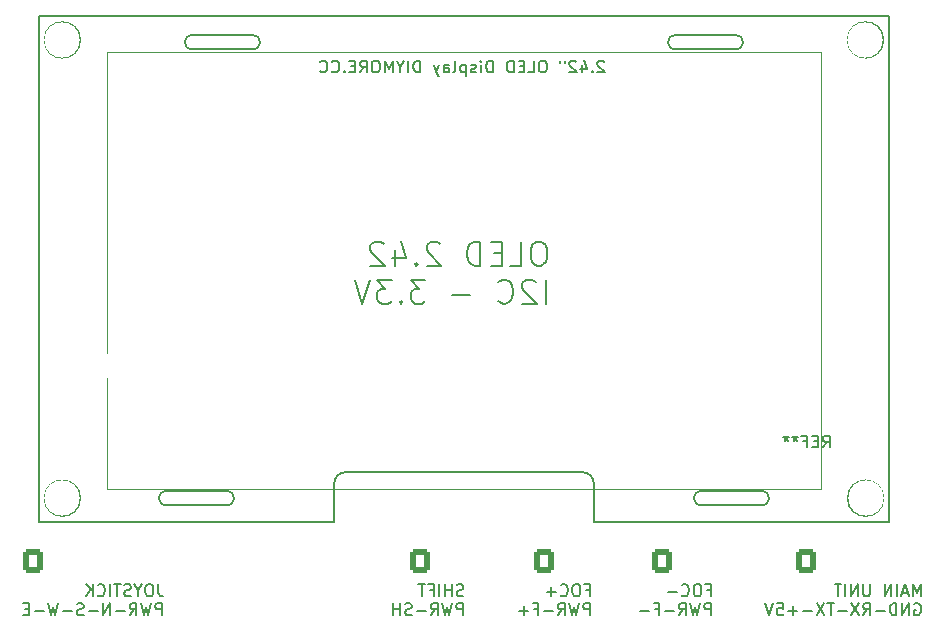
<source format=gbr>
%TF.GenerationSoftware,KiCad,Pcbnew,7.0.7*%
%TF.CreationDate,2023-09-17T22:58:44+02:00*%
%TF.ProjectId,SHC_WEMOS,5348435f-5745-44d4-9f53-2e6b69636164,rev?*%
%TF.SameCoordinates,Original*%
%TF.FileFunction,Legend,Bot*%
%TF.FilePolarity,Positive*%
%FSLAX46Y46*%
G04 Gerber Fmt 4.6, Leading zero omitted, Abs format (unit mm)*
G04 Created by KiCad (PCBNEW 7.0.7) date 2023-09-17 22:58:44*
%MOMM*%
%LPD*%
G01*
G04 APERTURE LIST*
G04 Aperture macros list*
%AMRoundRect*
0 Rectangle with rounded corners*
0 $1 Rounding radius*
0 $2 $3 $4 $5 $6 $7 $8 $9 X,Y pos of 4 corners*
0 Add a 4 corners polygon primitive as box body*
4,1,4,$2,$3,$4,$5,$6,$7,$8,$9,$2,$3,0*
0 Add four circle primitives for the rounded corners*
1,1,$1+$1,$2,$3*
1,1,$1+$1,$4,$5*
1,1,$1+$1,$6,$7*
1,1,$1+$1,$8,$9*
0 Add four rect primitives between the rounded corners*
20,1,$1+$1,$2,$3,$4,$5,0*
20,1,$1+$1,$4,$5,$6,$7,0*
20,1,$1+$1,$6,$7,$8,$9,0*
20,1,$1+$1,$8,$9,$2,$3,0*%
G04 Aperture macros list end*
%ADD10C,0.150000*%
%ADD11C,0.200000*%
%ADD12C,0.120000*%
%ADD13RoundRect,0.250000X-0.600000X-0.750000X0.600000X-0.750000X0.600000X0.750000X-0.600000X0.750000X0*%
%ADD14O,1.700000X2.000000*%
%ADD15R,1.700000X1.700000*%
%ADD16O,1.700000X1.700000*%
%ADD17RoundRect,0.250000X-0.600000X-0.725000X0.600000X-0.725000X0.600000X0.725000X-0.600000X0.725000X0*%
%ADD18O,1.700000X1.950000*%
%ADD19R,2.000000X2.000000*%
%ADD20O,1.600000X2.000000*%
%ADD21C,3.000000*%
G04 APERTURE END LIST*
D10*
X61579887Y3013991D02*
X61913220Y3013991D01*
X61913220Y2490181D02*
X61913220Y3490181D01*
X61913220Y3490181D02*
X61437030Y3490181D01*
X60865601Y3490181D02*
X60675125Y3490181D01*
X60675125Y3490181D02*
X60579887Y3442562D01*
X60579887Y3442562D02*
X60484649Y3347324D01*
X60484649Y3347324D02*
X60437030Y3156848D01*
X60437030Y3156848D02*
X60437030Y2823515D01*
X60437030Y2823515D02*
X60484649Y2633039D01*
X60484649Y2633039D02*
X60579887Y2537800D01*
X60579887Y2537800D02*
X60675125Y2490181D01*
X60675125Y2490181D02*
X60865601Y2490181D01*
X60865601Y2490181D02*
X60960839Y2537800D01*
X60960839Y2537800D02*
X61056077Y2633039D01*
X61056077Y2633039D02*
X61103696Y2823515D01*
X61103696Y2823515D02*
X61103696Y3156848D01*
X61103696Y3156848D02*
X61056077Y3347324D01*
X61056077Y3347324D02*
X60960839Y3442562D01*
X60960839Y3442562D02*
X60865601Y3490181D01*
X59437030Y2585420D02*
X59484649Y2537800D01*
X59484649Y2537800D02*
X59627506Y2490181D01*
X59627506Y2490181D02*
X59722744Y2490181D01*
X59722744Y2490181D02*
X59865601Y2537800D01*
X59865601Y2537800D02*
X59960839Y2633039D01*
X59960839Y2633039D02*
X60008458Y2728277D01*
X60008458Y2728277D02*
X60056077Y2918753D01*
X60056077Y2918753D02*
X60056077Y3061610D01*
X60056077Y3061610D02*
X60008458Y3252086D01*
X60008458Y3252086D02*
X59960839Y3347324D01*
X59960839Y3347324D02*
X59865601Y3442562D01*
X59865601Y3442562D02*
X59722744Y3490181D01*
X59722744Y3490181D02*
X59627506Y3490181D01*
X59627506Y3490181D02*
X59484649Y3442562D01*
X59484649Y3442562D02*
X59437030Y3394943D01*
X59008458Y2871134D02*
X58246554Y2871134D01*
X61913220Y880181D02*
X61913220Y1880181D01*
X61913220Y1880181D02*
X61532268Y1880181D01*
X61532268Y1880181D02*
X61437030Y1832562D01*
X61437030Y1832562D02*
X61389411Y1784943D01*
X61389411Y1784943D02*
X61341792Y1689705D01*
X61341792Y1689705D02*
X61341792Y1546848D01*
X61341792Y1546848D02*
X61389411Y1451610D01*
X61389411Y1451610D02*
X61437030Y1403991D01*
X61437030Y1403991D02*
X61532268Y1356372D01*
X61532268Y1356372D02*
X61913220Y1356372D01*
X61008458Y1880181D02*
X60770363Y880181D01*
X60770363Y880181D02*
X60579887Y1594467D01*
X60579887Y1594467D02*
X60389411Y880181D01*
X60389411Y880181D02*
X60151316Y1880181D01*
X59198935Y880181D02*
X59532268Y1356372D01*
X59770363Y880181D02*
X59770363Y1880181D01*
X59770363Y1880181D02*
X59389411Y1880181D01*
X59389411Y1880181D02*
X59294173Y1832562D01*
X59294173Y1832562D02*
X59246554Y1784943D01*
X59246554Y1784943D02*
X59198935Y1689705D01*
X59198935Y1689705D02*
X59198935Y1546848D01*
X59198935Y1546848D02*
X59246554Y1451610D01*
X59246554Y1451610D02*
X59294173Y1403991D01*
X59294173Y1403991D02*
X59389411Y1356372D01*
X59389411Y1356372D02*
X59770363Y1356372D01*
X58770363Y1261134D02*
X58008459Y1261134D01*
X57198935Y1403991D02*
X57532268Y1403991D01*
X57532268Y880181D02*
X57532268Y1880181D01*
X57532268Y1880181D02*
X57056078Y1880181D01*
X56675125Y1261134D02*
X55913221Y1261134D01*
X79663220Y2490181D02*
X79663220Y3490181D01*
X79663220Y3490181D02*
X79329887Y2775896D01*
X79329887Y2775896D02*
X78996554Y3490181D01*
X78996554Y3490181D02*
X78996554Y2490181D01*
X78567982Y2775896D02*
X78091792Y2775896D01*
X78663220Y2490181D02*
X78329887Y3490181D01*
X78329887Y3490181D02*
X77996554Y2490181D01*
X77663220Y2490181D02*
X77663220Y3490181D01*
X77187030Y2490181D02*
X77187030Y3490181D01*
X77187030Y3490181D02*
X76615602Y2490181D01*
X76615602Y2490181D02*
X76615602Y3490181D01*
X75377506Y3490181D02*
X75377506Y2680658D01*
X75377506Y2680658D02*
X75329887Y2585420D01*
X75329887Y2585420D02*
X75282268Y2537800D01*
X75282268Y2537800D02*
X75187030Y2490181D01*
X75187030Y2490181D02*
X74996554Y2490181D01*
X74996554Y2490181D02*
X74901316Y2537800D01*
X74901316Y2537800D02*
X74853697Y2585420D01*
X74853697Y2585420D02*
X74806078Y2680658D01*
X74806078Y2680658D02*
X74806078Y3490181D01*
X74329887Y2490181D02*
X74329887Y3490181D01*
X74329887Y3490181D02*
X73758459Y2490181D01*
X73758459Y2490181D02*
X73758459Y3490181D01*
X73282268Y2490181D02*
X73282268Y3490181D01*
X72948935Y3490181D02*
X72377507Y3490181D01*
X72663221Y2490181D02*
X72663221Y3490181D01*
X79139411Y1832562D02*
X79234649Y1880181D01*
X79234649Y1880181D02*
X79377506Y1880181D01*
X79377506Y1880181D02*
X79520363Y1832562D01*
X79520363Y1832562D02*
X79615601Y1737324D01*
X79615601Y1737324D02*
X79663220Y1642086D01*
X79663220Y1642086D02*
X79710839Y1451610D01*
X79710839Y1451610D02*
X79710839Y1308753D01*
X79710839Y1308753D02*
X79663220Y1118277D01*
X79663220Y1118277D02*
X79615601Y1023039D01*
X79615601Y1023039D02*
X79520363Y927800D01*
X79520363Y927800D02*
X79377506Y880181D01*
X79377506Y880181D02*
X79282268Y880181D01*
X79282268Y880181D02*
X79139411Y927800D01*
X79139411Y927800D02*
X79091792Y975420D01*
X79091792Y975420D02*
X79091792Y1308753D01*
X79091792Y1308753D02*
X79282268Y1308753D01*
X78663220Y880181D02*
X78663220Y1880181D01*
X78663220Y1880181D02*
X78091792Y880181D01*
X78091792Y880181D02*
X78091792Y1880181D01*
X77615601Y880181D02*
X77615601Y1880181D01*
X77615601Y1880181D02*
X77377506Y1880181D01*
X77377506Y1880181D02*
X77234649Y1832562D01*
X77234649Y1832562D02*
X77139411Y1737324D01*
X77139411Y1737324D02*
X77091792Y1642086D01*
X77091792Y1642086D02*
X77044173Y1451610D01*
X77044173Y1451610D02*
X77044173Y1308753D01*
X77044173Y1308753D02*
X77091792Y1118277D01*
X77091792Y1118277D02*
X77139411Y1023039D01*
X77139411Y1023039D02*
X77234649Y927800D01*
X77234649Y927800D02*
X77377506Y880181D01*
X77377506Y880181D02*
X77615601Y880181D01*
X76615601Y1261134D02*
X75853697Y1261134D01*
X74806078Y880181D02*
X75139411Y1356372D01*
X75377506Y880181D02*
X75377506Y1880181D01*
X75377506Y1880181D02*
X74996554Y1880181D01*
X74996554Y1880181D02*
X74901316Y1832562D01*
X74901316Y1832562D02*
X74853697Y1784943D01*
X74853697Y1784943D02*
X74806078Y1689705D01*
X74806078Y1689705D02*
X74806078Y1546848D01*
X74806078Y1546848D02*
X74853697Y1451610D01*
X74853697Y1451610D02*
X74901316Y1403991D01*
X74901316Y1403991D02*
X74996554Y1356372D01*
X74996554Y1356372D02*
X75377506Y1356372D01*
X74472744Y1880181D02*
X73806078Y880181D01*
X73806078Y1880181D02*
X74472744Y880181D01*
X73425125Y1261134D02*
X72663221Y1261134D01*
X72329887Y1880181D02*
X71758459Y1880181D01*
X72044173Y880181D02*
X72044173Y1880181D01*
X71520363Y1880181D02*
X70853697Y880181D01*
X70853697Y1880181D02*
X71520363Y880181D01*
X70472744Y1261134D02*
X69710840Y1261134D01*
X69234649Y1261134D02*
X68472745Y1261134D01*
X68853697Y880181D02*
X68853697Y1642086D01*
X67520364Y1880181D02*
X67996554Y1880181D01*
X67996554Y1880181D02*
X68044173Y1403991D01*
X68044173Y1403991D02*
X67996554Y1451610D01*
X67996554Y1451610D02*
X67901316Y1499229D01*
X67901316Y1499229D02*
X67663221Y1499229D01*
X67663221Y1499229D02*
X67567983Y1451610D01*
X67567983Y1451610D02*
X67520364Y1403991D01*
X67520364Y1403991D02*
X67472745Y1308753D01*
X67472745Y1308753D02*
X67472745Y1070658D01*
X67472745Y1070658D02*
X67520364Y975420D01*
X67520364Y975420D02*
X67567983Y927800D01*
X67567983Y927800D02*
X67663221Y880181D01*
X67663221Y880181D02*
X67901316Y880181D01*
X67901316Y880181D02*
X67996554Y927800D01*
X67996554Y927800D02*
X68044173Y975420D01*
X67187030Y1880181D02*
X66853697Y880181D01*
X66853697Y880181D02*
X66520364Y1880181D01*
X51329887Y3013991D02*
X51663220Y3013991D01*
X51663220Y2490181D02*
X51663220Y3490181D01*
X51663220Y3490181D02*
X51187030Y3490181D01*
X50615601Y3490181D02*
X50425125Y3490181D01*
X50425125Y3490181D02*
X50329887Y3442562D01*
X50329887Y3442562D02*
X50234649Y3347324D01*
X50234649Y3347324D02*
X50187030Y3156848D01*
X50187030Y3156848D02*
X50187030Y2823515D01*
X50187030Y2823515D02*
X50234649Y2633039D01*
X50234649Y2633039D02*
X50329887Y2537800D01*
X50329887Y2537800D02*
X50425125Y2490181D01*
X50425125Y2490181D02*
X50615601Y2490181D01*
X50615601Y2490181D02*
X50710839Y2537800D01*
X50710839Y2537800D02*
X50806077Y2633039D01*
X50806077Y2633039D02*
X50853696Y2823515D01*
X50853696Y2823515D02*
X50853696Y3156848D01*
X50853696Y3156848D02*
X50806077Y3347324D01*
X50806077Y3347324D02*
X50710839Y3442562D01*
X50710839Y3442562D02*
X50615601Y3490181D01*
X49187030Y2585420D02*
X49234649Y2537800D01*
X49234649Y2537800D02*
X49377506Y2490181D01*
X49377506Y2490181D02*
X49472744Y2490181D01*
X49472744Y2490181D02*
X49615601Y2537800D01*
X49615601Y2537800D02*
X49710839Y2633039D01*
X49710839Y2633039D02*
X49758458Y2728277D01*
X49758458Y2728277D02*
X49806077Y2918753D01*
X49806077Y2918753D02*
X49806077Y3061610D01*
X49806077Y3061610D02*
X49758458Y3252086D01*
X49758458Y3252086D02*
X49710839Y3347324D01*
X49710839Y3347324D02*
X49615601Y3442562D01*
X49615601Y3442562D02*
X49472744Y3490181D01*
X49472744Y3490181D02*
X49377506Y3490181D01*
X49377506Y3490181D02*
X49234649Y3442562D01*
X49234649Y3442562D02*
X49187030Y3394943D01*
X48758458Y2871134D02*
X47996554Y2871134D01*
X48377506Y2490181D02*
X48377506Y3252086D01*
X51663220Y880181D02*
X51663220Y1880181D01*
X51663220Y1880181D02*
X51282268Y1880181D01*
X51282268Y1880181D02*
X51187030Y1832562D01*
X51187030Y1832562D02*
X51139411Y1784943D01*
X51139411Y1784943D02*
X51091792Y1689705D01*
X51091792Y1689705D02*
X51091792Y1546848D01*
X51091792Y1546848D02*
X51139411Y1451610D01*
X51139411Y1451610D02*
X51187030Y1403991D01*
X51187030Y1403991D02*
X51282268Y1356372D01*
X51282268Y1356372D02*
X51663220Y1356372D01*
X50758458Y1880181D02*
X50520363Y880181D01*
X50520363Y880181D02*
X50329887Y1594467D01*
X50329887Y1594467D02*
X50139411Y880181D01*
X50139411Y880181D02*
X49901316Y1880181D01*
X48948935Y880181D02*
X49282268Y1356372D01*
X49520363Y880181D02*
X49520363Y1880181D01*
X49520363Y1880181D02*
X49139411Y1880181D01*
X49139411Y1880181D02*
X49044173Y1832562D01*
X49044173Y1832562D02*
X48996554Y1784943D01*
X48996554Y1784943D02*
X48948935Y1689705D01*
X48948935Y1689705D02*
X48948935Y1546848D01*
X48948935Y1546848D02*
X48996554Y1451610D01*
X48996554Y1451610D02*
X49044173Y1403991D01*
X49044173Y1403991D02*
X49139411Y1356372D01*
X49139411Y1356372D02*
X49520363Y1356372D01*
X48520363Y1261134D02*
X47758459Y1261134D01*
X46948935Y1403991D02*
X47282268Y1403991D01*
X47282268Y880181D02*
X47282268Y1880181D01*
X47282268Y1880181D02*
X46806078Y1880181D01*
X46425125Y1261134D02*
X45663221Y1261134D01*
X46044173Y880181D02*
X46044173Y1642086D01*
X40960839Y2537800D02*
X40817982Y2490181D01*
X40817982Y2490181D02*
X40579887Y2490181D01*
X40579887Y2490181D02*
X40484649Y2537800D01*
X40484649Y2537800D02*
X40437030Y2585420D01*
X40437030Y2585420D02*
X40389411Y2680658D01*
X40389411Y2680658D02*
X40389411Y2775896D01*
X40389411Y2775896D02*
X40437030Y2871134D01*
X40437030Y2871134D02*
X40484649Y2918753D01*
X40484649Y2918753D02*
X40579887Y2966372D01*
X40579887Y2966372D02*
X40770363Y3013991D01*
X40770363Y3013991D02*
X40865601Y3061610D01*
X40865601Y3061610D02*
X40913220Y3109229D01*
X40913220Y3109229D02*
X40960839Y3204467D01*
X40960839Y3204467D02*
X40960839Y3299705D01*
X40960839Y3299705D02*
X40913220Y3394943D01*
X40913220Y3394943D02*
X40865601Y3442562D01*
X40865601Y3442562D02*
X40770363Y3490181D01*
X40770363Y3490181D02*
X40532268Y3490181D01*
X40532268Y3490181D02*
X40389411Y3442562D01*
X39960839Y2490181D02*
X39960839Y3490181D01*
X39960839Y3013991D02*
X39389411Y3013991D01*
X39389411Y2490181D02*
X39389411Y3490181D01*
X38913220Y2490181D02*
X38913220Y3490181D01*
X38103697Y3013991D02*
X38437030Y3013991D01*
X38437030Y2490181D02*
X38437030Y3490181D01*
X38437030Y3490181D02*
X37960840Y3490181D01*
X37722744Y3490181D02*
X37151316Y3490181D01*
X37437030Y2490181D02*
X37437030Y3490181D01*
X40913220Y880181D02*
X40913220Y1880181D01*
X40913220Y1880181D02*
X40532268Y1880181D01*
X40532268Y1880181D02*
X40437030Y1832562D01*
X40437030Y1832562D02*
X40389411Y1784943D01*
X40389411Y1784943D02*
X40341792Y1689705D01*
X40341792Y1689705D02*
X40341792Y1546848D01*
X40341792Y1546848D02*
X40389411Y1451610D01*
X40389411Y1451610D02*
X40437030Y1403991D01*
X40437030Y1403991D02*
X40532268Y1356372D01*
X40532268Y1356372D02*
X40913220Y1356372D01*
X40008458Y1880181D02*
X39770363Y880181D01*
X39770363Y880181D02*
X39579887Y1594467D01*
X39579887Y1594467D02*
X39389411Y880181D01*
X39389411Y880181D02*
X39151316Y1880181D01*
X38198935Y880181D02*
X38532268Y1356372D01*
X38770363Y880181D02*
X38770363Y1880181D01*
X38770363Y1880181D02*
X38389411Y1880181D01*
X38389411Y1880181D02*
X38294173Y1832562D01*
X38294173Y1832562D02*
X38246554Y1784943D01*
X38246554Y1784943D02*
X38198935Y1689705D01*
X38198935Y1689705D02*
X38198935Y1546848D01*
X38198935Y1546848D02*
X38246554Y1451610D01*
X38246554Y1451610D02*
X38294173Y1403991D01*
X38294173Y1403991D02*
X38389411Y1356372D01*
X38389411Y1356372D02*
X38770363Y1356372D01*
X37770363Y1261134D02*
X37008459Y1261134D01*
X36579887Y927800D02*
X36437030Y880181D01*
X36437030Y880181D02*
X36198935Y880181D01*
X36198935Y880181D02*
X36103697Y927800D01*
X36103697Y927800D02*
X36056078Y975420D01*
X36056078Y975420D02*
X36008459Y1070658D01*
X36008459Y1070658D02*
X36008459Y1165896D01*
X36008459Y1165896D02*
X36056078Y1261134D01*
X36056078Y1261134D02*
X36103697Y1308753D01*
X36103697Y1308753D02*
X36198935Y1356372D01*
X36198935Y1356372D02*
X36389411Y1403991D01*
X36389411Y1403991D02*
X36484649Y1451610D01*
X36484649Y1451610D02*
X36532268Y1499229D01*
X36532268Y1499229D02*
X36579887Y1594467D01*
X36579887Y1594467D02*
X36579887Y1689705D01*
X36579887Y1689705D02*
X36532268Y1784943D01*
X36532268Y1784943D02*
X36484649Y1832562D01*
X36484649Y1832562D02*
X36389411Y1880181D01*
X36389411Y1880181D02*
X36151316Y1880181D01*
X36151316Y1880181D02*
X36008459Y1832562D01*
X35579887Y880181D02*
X35579887Y1880181D01*
X35579887Y1403991D02*
X35008459Y1403991D01*
X35008459Y880181D02*
X35008459Y1880181D01*
X15127506Y3490181D02*
X15127506Y2775896D01*
X15127506Y2775896D02*
X15175125Y2633039D01*
X15175125Y2633039D02*
X15270363Y2537800D01*
X15270363Y2537800D02*
X15413220Y2490181D01*
X15413220Y2490181D02*
X15508458Y2490181D01*
X14460839Y3490181D02*
X14270363Y3490181D01*
X14270363Y3490181D02*
X14175125Y3442562D01*
X14175125Y3442562D02*
X14079887Y3347324D01*
X14079887Y3347324D02*
X14032268Y3156848D01*
X14032268Y3156848D02*
X14032268Y2823515D01*
X14032268Y2823515D02*
X14079887Y2633039D01*
X14079887Y2633039D02*
X14175125Y2537800D01*
X14175125Y2537800D02*
X14270363Y2490181D01*
X14270363Y2490181D02*
X14460839Y2490181D01*
X14460839Y2490181D02*
X14556077Y2537800D01*
X14556077Y2537800D02*
X14651315Y2633039D01*
X14651315Y2633039D02*
X14698934Y2823515D01*
X14698934Y2823515D02*
X14698934Y3156848D01*
X14698934Y3156848D02*
X14651315Y3347324D01*
X14651315Y3347324D02*
X14556077Y3442562D01*
X14556077Y3442562D02*
X14460839Y3490181D01*
X13413220Y2966372D02*
X13413220Y2490181D01*
X13746553Y3490181D02*
X13413220Y2966372D01*
X13413220Y2966372D02*
X13079887Y3490181D01*
X12794172Y2537800D02*
X12651315Y2490181D01*
X12651315Y2490181D02*
X12413220Y2490181D01*
X12413220Y2490181D02*
X12317982Y2537800D01*
X12317982Y2537800D02*
X12270363Y2585420D01*
X12270363Y2585420D02*
X12222744Y2680658D01*
X12222744Y2680658D02*
X12222744Y2775896D01*
X12222744Y2775896D02*
X12270363Y2871134D01*
X12270363Y2871134D02*
X12317982Y2918753D01*
X12317982Y2918753D02*
X12413220Y2966372D01*
X12413220Y2966372D02*
X12603696Y3013991D01*
X12603696Y3013991D02*
X12698934Y3061610D01*
X12698934Y3061610D02*
X12746553Y3109229D01*
X12746553Y3109229D02*
X12794172Y3204467D01*
X12794172Y3204467D02*
X12794172Y3299705D01*
X12794172Y3299705D02*
X12746553Y3394943D01*
X12746553Y3394943D02*
X12698934Y3442562D01*
X12698934Y3442562D02*
X12603696Y3490181D01*
X12603696Y3490181D02*
X12365601Y3490181D01*
X12365601Y3490181D02*
X12222744Y3442562D01*
X11937029Y3490181D02*
X11365601Y3490181D01*
X11651315Y2490181D02*
X11651315Y3490181D01*
X11032267Y2490181D02*
X11032267Y3490181D01*
X9984649Y2585420D02*
X10032268Y2537800D01*
X10032268Y2537800D02*
X10175125Y2490181D01*
X10175125Y2490181D02*
X10270363Y2490181D01*
X10270363Y2490181D02*
X10413220Y2537800D01*
X10413220Y2537800D02*
X10508458Y2633039D01*
X10508458Y2633039D02*
X10556077Y2728277D01*
X10556077Y2728277D02*
X10603696Y2918753D01*
X10603696Y2918753D02*
X10603696Y3061610D01*
X10603696Y3061610D02*
X10556077Y3252086D01*
X10556077Y3252086D02*
X10508458Y3347324D01*
X10508458Y3347324D02*
X10413220Y3442562D01*
X10413220Y3442562D02*
X10270363Y3490181D01*
X10270363Y3490181D02*
X10175125Y3490181D01*
X10175125Y3490181D02*
X10032268Y3442562D01*
X10032268Y3442562D02*
X9984649Y3394943D01*
X9556077Y2490181D02*
X9556077Y3490181D01*
X8984649Y2490181D02*
X9413220Y3061610D01*
X8984649Y3490181D02*
X9556077Y2918753D01*
X15413220Y880181D02*
X15413220Y1880181D01*
X15413220Y1880181D02*
X15032268Y1880181D01*
X15032268Y1880181D02*
X14937030Y1832562D01*
X14937030Y1832562D02*
X14889411Y1784943D01*
X14889411Y1784943D02*
X14841792Y1689705D01*
X14841792Y1689705D02*
X14841792Y1546848D01*
X14841792Y1546848D02*
X14889411Y1451610D01*
X14889411Y1451610D02*
X14937030Y1403991D01*
X14937030Y1403991D02*
X15032268Y1356372D01*
X15032268Y1356372D02*
X15413220Y1356372D01*
X14508458Y1880181D02*
X14270363Y880181D01*
X14270363Y880181D02*
X14079887Y1594467D01*
X14079887Y1594467D02*
X13889411Y880181D01*
X13889411Y880181D02*
X13651316Y1880181D01*
X12698935Y880181D02*
X13032268Y1356372D01*
X13270363Y880181D02*
X13270363Y1880181D01*
X13270363Y1880181D02*
X12889411Y1880181D01*
X12889411Y1880181D02*
X12794173Y1832562D01*
X12794173Y1832562D02*
X12746554Y1784943D01*
X12746554Y1784943D02*
X12698935Y1689705D01*
X12698935Y1689705D02*
X12698935Y1546848D01*
X12698935Y1546848D02*
X12746554Y1451610D01*
X12746554Y1451610D02*
X12794173Y1403991D01*
X12794173Y1403991D02*
X12889411Y1356372D01*
X12889411Y1356372D02*
X13270363Y1356372D01*
X12270363Y1261134D02*
X11508459Y1261134D01*
X11032268Y880181D02*
X11032268Y1880181D01*
X11032268Y1880181D02*
X10460840Y880181D01*
X10460840Y880181D02*
X10460840Y1880181D01*
X9984649Y1261134D02*
X9222745Y1261134D01*
X8794173Y927800D02*
X8651316Y880181D01*
X8651316Y880181D02*
X8413221Y880181D01*
X8413221Y880181D02*
X8317983Y927800D01*
X8317983Y927800D02*
X8270364Y975420D01*
X8270364Y975420D02*
X8222745Y1070658D01*
X8222745Y1070658D02*
X8222745Y1165896D01*
X8222745Y1165896D02*
X8270364Y1261134D01*
X8270364Y1261134D02*
X8317983Y1308753D01*
X8317983Y1308753D02*
X8413221Y1356372D01*
X8413221Y1356372D02*
X8603697Y1403991D01*
X8603697Y1403991D02*
X8698935Y1451610D01*
X8698935Y1451610D02*
X8746554Y1499229D01*
X8746554Y1499229D02*
X8794173Y1594467D01*
X8794173Y1594467D02*
X8794173Y1689705D01*
X8794173Y1689705D02*
X8746554Y1784943D01*
X8746554Y1784943D02*
X8698935Y1832562D01*
X8698935Y1832562D02*
X8603697Y1880181D01*
X8603697Y1880181D02*
X8365602Y1880181D01*
X8365602Y1880181D02*
X8222745Y1832562D01*
X7794173Y1261134D02*
X7032269Y1261134D01*
X6651316Y1880181D02*
X6413221Y880181D01*
X6413221Y880181D02*
X6222745Y1594467D01*
X6222745Y1594467D02*
X6032269Y880181D01*
X6032269Y880181D02*
X5794174Y1880181D01*
X5413221Y1261134D02*
X4651317Y1261134D01*
X4175126Y1403991D02*
X3841793Y1403991D01*
X3698936Y880181D02*
X4175126Y880181D01*
X4175126Y880181D02*
X4175126Y1880181D01*
X4175126Y1880181D02*
X3698936Y1880181D01*
X47544173Y32472562D02*
X47163220Y32472562D01*
X47163220Y32472562D02*
X46972744Y32377324D01*
X46972744Y32377324D02*
X46782268Y32186848D01*
X46782268Y32186848D02*
X46687030Y31805896D01*
X46687030Y31805896D02*
X46687030Y31139229D01*
X46687030Y31139229D02*
X46782268Y30758277D01*
X46782268Y30758277D02*
X46972744Y30567800D01*
X46972744Y30567800D02*
X47163220Y30472562D01*
X47163220Y30472562D02*
X47544173Y30472562D01*
X47544173Y30472562D02*
X47734649Y30567800D01*
X47734649Y30567800D02*
X47925125Y30758277D01*
X47925125Y30758277D02*
X48020363Y31139229D01*
X48020363Y31139229D02*
X48020363Y31805896D01*
X48020363Y31805896D02*
X47925125Y32186848D01*
X47925125Y32186848D02*
X47734649Y32377324D01*
X47734649Y32377324D02*
X47544173Y32472562D01*
X44877506Y30472562D02*
X45829887Y30472562D01*
X45829887Y30472562D02*
X45829887Y32472562D01*
X44210839Y31520181D02*
X43544172Y31520181D01*
X43258458Y30472562D02*
X44210839Y30472562D01*
X44210839Y30472562D02*
X44210839Y32472562D01*
X44210839Y32472562D02*
X43258458Y32472562D01*
X42401315Y30472562D02*
X42401315Y32472562D01*
X42401315Y32472562D02*
X41925125Y32472562D01*
X41925125Y32472562D02*
X41639410Y32377324D01*
X41639410Y32377324D02*
X41448934Y32186848D01*
X41448934Y32186848D02*
X41353696Y31996372D01*
X41353696Y31996372D02*
X41258458Y31615420D01*
X41258458Y31615420D02*
X41258458Y31329705D01*
X41258458Y31329705D02*
X41353696Y30948753D01*
X41353696Y30948753D02*
X41448934Y30758277D01*
X41448934Y30758277D02*
X41639410Y30567800D01*
X41639410Y30567800D02*
X41925125Y30472562D01*
X41925125Y30472562D02*
X42401315Y30472562D01*
X38972743Y32282086D02*
X38877505Y32377324D01*
X38877505Y32377324D02*
X38687029Y32472562D01*
X38687029Y32472562D02*
X38210838Y32472562D01*
X38210838Y32472562D02*
X38020362Y32377324D01*
X38020362Y32377324D02*
X37925124Y32282086D01*
X37925124Y32282086D02*
X37829886Y32091610D01*
X37829886Y32091610D02*
X37829886Y31901134D01*
X37829886Y31901134D02*
X37925124Y31615420D01*
X37925124Y31615420D02*
X39067981Y30472562D01*
X39067981Y30472562D02*
X37829886Y30472562D01*
X36972743Y30663039D02*
X36877505Y30567800D01*
X36877505Y30567800D02*
X36972743Y30472562D01*
X36972743Y30472562D02*
X37067981Y30567800D01*
X37067981Y30567800D02*
X36972743Y30663039D01*
X36972743Y30663039D02*
X36972743Y30472562D01*
X35163219Y31805896D02*
X35163219Y30472562D01*
X35639410Y32567800D02*
X36115600Y31139229D01*
X36115600Y31139229D02*
X34877505Y31139229D01*
X34210838Y32282086D02*
X34115600Y32377324D01*
X34115600Y32377324D02*
X33925124Y32472562D01*
X33925124Y32472562D02*
X33448933Y32472562D01*
X33448933Y32472562D02*
X33258457Y32377324D01*
X33258457Y32377324D02*
X33163219Y32282086D01*
X33163219Y32282086D02*
X33067981Y32091610D01*
X33067981Y32091610D02*
X33067981Y31901134D01*
X33067981Y31901134D02*
X33163219Y31615420D01*
X33163219Y31615420D02*
X34306076Y30472562D01*
X34306076Y30472562D02*
X33067981Y30472562D01*
X47925125Y27252562D02*
X47925125Y29252562D01*
X47067982Y29062086D02*
X46972744Y29157324D01*
X46972744Y29157324D02*
X46782268Y29252562D01*
X46782268Y29252562D02*
X46306077Y29252562D01*
X46306077Y29252562D02*
X46115601Y29157324D01*
X46115601Y29157324D02*
X46020363Y29062086D01*
X46020363Y29062086D02*
X45925125Y28871610D01*
X45925125Y28871610D02*
X45925125Y28681134D01*
X45925125Y28681134D02*
X46020363Y28395420D01*
X46020363Y28395420D02*
X47163220Y27252562D01*
X47163220Y27252562D02*
X45925125Y27252562D01*
X43925125Y27443039D02*
X44020363Y27347800D01*
X44020363Y27347800D02*
X44306077Y27252562D01*
X44306077Y27252562D02*
X44496553Y27252562D01*
X44496553Y27252562D02*
X44782268Y27347800D01*
X44782268Y27347800D02*
X44972744Y27538277D01*
X44972744Y27538277D02*
X45067982Y27728753D01*
X45067982Y27728753D02*
X45163220Y28109705D01*
X45163220Y28109705D02*
X45163220Y28395420D01*
X45163220Y28395420D02*
X45067982Y28776372D01*
X45067982Y28776372D02*
X44972744Y28966848D01*
X44972744Y28966848D02*
X44782268Y29157324D01*
X44782268Y29157324D02*
X44496553Y29252562D01*
X44496553Y29252562D02*
X44306077Y29252562D01*
X44306077Y29252562D02*
X44020363Y29157324D01*
X44020363Y29157324D02*
X43925125Y29062086D01*
X41544172Y28014467D02*
X40020363Y28014467D01*
X37734648Y29252562D02*
X36496553Y29252562D01*
X36496553Y29252562D02*
X37163220Y28490658D01*
X37163220Y28490658D02*
X36877505Y28490658D01*
X36877505Y28490658D02*
X36687029Y28395420D01*
X36687029Y28395420D02*
X36591791Y28300181D01*
X36591791Y28300181D02*
X36496553Y28109705D01*
X36496553Y28109705D02*
X36496553Y27633515D01*
X36496553Y27633515D02*
X36591791Y27443039D01*
X36591791Y27443039D02*
X36687029Y27347800D01*
X36687029Y27347800D02*
X36877505Y27252562D01*
X36877505Y27252562D02*
X37448934Y27252562D01*
X37448934Y27252562D02*
X37639410Y27347800D01*
X37639410Y27347800D02*
X37734648Y27443039D01*
X35639410Y27443039D02*
X35544172Y27347800D01*
X35544172Y27347800D02*
X35639410Y27252562D01*
X35639410Y27252562D02*
X35734648Y27347800D01*
X35734648Y27347800D02*
X35639410Y27443039D01*
X35639410Y27443039D02*
X35639410Y27252562D01*
X34877505Y29252562D02*
X33639410Y29252562D01*
X33639410Y29252562D02*
X34306077Y28490658D01*
X34306077Y28490658D02*
X34020362Y28490658D01*
X34020362Y28490658D02*
X33829886Y28395420D01*
X33829886Y28395420D02*
X33734648Y28300181D01*
X33734648Y28300181D02*
X33639410Y28109705D01*
X33639410Y28109705D02*
X33639410Y27633515D01*
X33639410Y27633515D02*
X33734648Y27443039D01*
X33734648Y27443039D02*
X33829886Y27347800D01*
X33829886Y27347800D02*
X34020362Y27252562D01*
X34020362Y27252562D02*
X34591791Y27252562D01*
X34591791Y27252562D02*
X34782267Y27347800D01*
X34782267Y27347800D02*
X34877505Y27443039D01*
X33067981Y29252562D02*
X32401315Y27252562D01*
X32401315Y27252562D02*
X31734648Y29252562D01*
X71383333Y15071036D02*
X71716666Y15547227D01*
X71954761Y15071036D02*
X71954761Y16071036D01*
X71954761Y16071036D02*
X71573809Y16071036D01*
X71573809Y16071036D02*
X71478571Y16023417D01*
X71478571Y16023417D02*
X71430952Y15975798D01*
X71430952Y15975798D02*
X71383333Y15880560D01*
X71383333Y15880560D02*
X71383333Y15737703D01*
X71383333Y15737703D02*
X71430952Y15642465D01*
X71430952Y15642465D02*
X71478571Y15594846D01*
X71478571Y15594846D02*
X71573809Y15547227D01*
X71573809Y15547227D02*
X71954761Y15547227D01*
X70954761Y15594846D02*
X70621428Y15594846D01*
X70478571Y15071036D02*
X70954761Y15071036D01*
X70954761Y15071036D02*
X70954761Y16071036D01*
X70954761Y16071036D02*
X70478571Y16071036D01*
X69716666Y15594846D02*
X70049999Y15594846D01*
X70049999Y15071036D02*
X70049999Y16071036D01*
X70049999Y16071036D02*
X69573809Y16071036D01*
X69049999Y16071036D02*
X69049999Y15832941D01*
X69288094Y15928179D02*
X69049999Y15832941D01*
X69049999Y15832941D02*
X68811904Y15928179D01*
X69192856Y15642465D02*
X69049999Y15832941D01*
X69049999Y15832941D02*
X68907142Y15642465D01*
X68288094Y16071036D02*
X68288094Y15832941D01*
X68526189Y15928179D02*
X68288094Y15832941D01*
X68288094Y15832941D02*
X68049999Y15928179D01*
X68430951Y15642465D02*
X68288094Y15832941D01*
X68288094Y15832941D02*
X68145237Y15642465D01*
X52863809Y47725798D02*
X52816190Y47773417D01*
X52816190Y47773417D02*
X52720952Y47821036D01*
X52720952Y47821036D02*
X52482857Y47821036D01*
X52482857Y47821036D02*
X52387619Y47773417D01*
X52387619Y47773417D02*
X52340000Y47725798D01*
X52340000Y47725798D02*
X52292381Y47630560D01*
X52292381Y47630560D02*
X52292381Y47535322D01*
X52292381Y47535322D02*
X52340000Y47392465D01*
X52340000Y47392465D02*
X52911428Y46821036D01*
X52911428Y46821036D02*
X52292381Y46821036D01*
X51863809Y46916275D02*
X51816190Y46868655D01*
X51816190Y46868655D02*
X51863809Y46821036D01*
X51863809Y46821036D02*
X51911428Y46868655D01*
X51911428Y46868655D02*
X51863809Y46916275D01*
X51863809Y46916275D02*
X51863809Y46821036D01*
X50959048Y47487703D02*
X50959048Y46821036D01*
X51197143Y47868655D02*
X51435238Y47154370D01*
X51435238Y47154370D02*
X50816191Y47154370D01*
X50482857Y47725798D02*
X50435238Y47773417D01*
X50435238Y47773417D02*
X50340000Y47821036D01*
X50340000Y47821036D02*
X50101905Y47821036D01*
X50101905Y47821036D02*
X50006667Y47773417D01*
X50006667Y47773417D02*
X49959048Y47725798D01*
X49959048Y47725798D02*
X49911429Y47630560D01*
X49911429Y47630560D02*
X49911429Y47535322D01*
X49911429Y47535322D02*
X49959048Y47392465D01*
X49959048Y47392465D02*
X50530476Y46821036D01*
X50530476Y46821036D02*
X49911429Y46821036D01*
X49530476Y47821036D02*
X49530476Y47630560D01*
X49149524Y47821036D02*
X49149524Y47630560D01*
X47768571Y47821036D02*
X47578095Y47821036D01*
X47578095Y47821036D02*
X47482857Y47773417D01*
X47482857Y47773417D02*
X47387619Y47678179D01*
X47387619Y47678179D02*
X47340000Y47487703D01*
X47340000Y47487703D02*
X47340000Y47154370D01*
X47340000Y47154370D02*
X47387619Y46963894D01*
X47387619Y46963894D02*
X47482857Y46868655D01*
X47482857Y46868655D02*
X47578095Y46821036D01*
X47578095Y46821036D02*
X47768571Y46821036D01*
X47768571Y46821036D02*
X47863809Y46868655D01*
X47863809Y46868655D02*
X47959047Y46963894D01*
X47959047Y46963894D02*
X48006666Y47154370D01*
X48006666Y47154370D02*
X48006666Y47487703D01*
X48006666Y47487703D02*
X47959047Y47678179D01*
X47959047Y47678179D02*
X47863809Y47773417D01*
X47863809Y47773417D02*
X47768571Y47821036D01*
X46435238Y46821036D02*
X46911428Y46821036D01*
X46911428Y46821036D02*
X46911428Y47821036D01*
X46101904Y47344846D02*
X45768571Y47344846D01*
X45625714Y46821036D02*
X46101904Y46821036D01*
X46101904Y46821036D02*
X46101904Y47821036D01*
X46101904Y47821036D02*
X45625714Y47821036D01*
X45197142Y46821036D02*
X45197142Y47821036D01*
X45197142Y47821036D02*
X44959047Y47821036D01*
X44959047Y47821036D02*
X44816190Y47773417D01*
X44816190Y47773417D02*
X44720952Y47678179D01*
X44720952Y47678179D02*
X44673333Y47582941D01*
X44673333Y47582941D02*
X44625714Y47392465D01*
X44625714Y47392465D02*
X44625714Y47249608D01*
X44625714Y47249608D02*
X44673333Y47059132D01*
X44673333Y47059132D02*
X44720952Y46963894D01*
X44720952Y46963894D02*
X44816190Y46868655D01*
X44816190Y46868655D02*
X44959047Y46821036D01*
X44959047Y46821036D02*
X45197142Y46821036D01*
X43435237Y46821036D02*
X43435237Y47821036D01*
X43435237Y47821036D02*
X43197142Y47821036D01*
X43197142Y47821036D02*
X43054285Y47773417D01*
X43054285Y47773417D02*
X42959047Y47678179D01*
X42959047Y47678179D02*
X42911428Y47582941D01*
X42911428Y47582941D02*
X42863809Y47392465D01*
X42863809Y47392465D02*
X42863809Y47249608D01*
X42863809Y47249608D02*
X42911428Y47059132D01*
X42911428Y47059132D02*
X42959047Y46963894D01*
X42959047Y46963894D02*
X43054285Y46868655D01*
X43054285Y46868655D02*
X43197142Y46821036D01*
X43197142Y46821036D02*
X43435237Y46821036D01*
X42435237Y46821036D02*
X42435237Y47487703D01*
X42435237Y47821036D02*
X42482856Y47773417D01*
X42482856Y47773417D02*
X42435237Y47725798D01*
X42435237Y47725798D02*
X42387618Y47773417D01*
X42387618Y47773417D02*
X42435237Y47821036D01*
X42435237Y47821036D02*
X42435237Y47725798D01*
X42006666Y46868655D02*
X41911428Y46821036D01*
X41911428Y46821036D02*
X41720952Y46821036D01*
X41720952Y46821036D02*
X41625714Y46868655D01*
X41625714Y46868655D02*
X41578095Y46963894D01*
X41578095Y46963894D02*
X41578095Y47011513D01*
X41578095Y47011513D02*
X41625714Y47106751D01*
X41625714Y47106751D02*
X41720952Y47154370D01*
X41720952Y47154370D02*
X41863809Y47154370D01*
X41863809Y47154370D02*
X41959047Y47201989D01*
X41959047Y47201989D02*
X42006666Y47297227D01*
X42006666Y47297227D02*
X42006666Y47344846D01*
X42006666Y47344846D02*
X41959047Y47440084D01*
X41959047Y47440084D02*
X41863809Y47487703D01*
X41863809Y47487703D02*
X41720952Y47487703D01*
X41720952Y47487703D02*
X41625714Y47440084D01*
X41149523Y47487703D02*
X41149523Y46487703D01*
X41149523Y47440084D02*
X41054285Y47487703D01*
X41054285Y47487703D02*
X40863809Y47487703D01*
X40863809Y47487703D02*
X40768571Y47440084D01*
X40768571Y47440084D02*
X40720952Y47392465D01*
X40720952Y47392465D02*
X40673333Y47297227D01*
X40673333Y47297227D02*
X40673333Y47011513D01*
X40673333Y47011513D02*
X40720952Y46916275D01*
X40720952Y46916275D02*
X40768571Y46868655D01*
X40768571Y46868655D02*
X40863809Y46821036D01*
X40863809Y46821036D02*
X41054285Y46821036D01*
X41054285Y46821036D02*
X41149523Y46868655D01*
X40101904Y46821036D02*
X40197142Y46868655D01*
X40197142Y46868655D02*
X40244761Y46963894D01*
X40244761Y46963894D02*
X40244761Y47821036D01*
X39292380Y46821036D02*
X39292380Y47344846D01*
X39292380Y47344846D02*
X39339999Y47440084D01*
X39339999Y47440084D02*
X39435237Y47487703D01*
X39435237Y47487703D02*
X39625713Y47487703D01*
X39625713Y47487703D02*
X39720951Y47440084D01*
X39292380Y46868655D02*
X39387618Y46821036D01*
X39387618Y46821036D02*
X39625713Y46821036D01*
X39625713Y46821036D02*
X39720951Y46868655D01*
X39720951Y46868655D02*
X39768570Y46963894D01*
X39768570Y46963894D02*
X39768570Y47059132D01*
X39768570Y47059132D02*
X39720951Y47154370D01*
X39720951Y47154370D02*
X39625713Y47201989D01*
X39625713Y47201989D02*
X39387618Y47201989D01*
X39387618Y47201989D02*
X39292380Y47249608D01*
X38911427Y47487703D02*
X38673332Y46821036D01*
X38435237Y47487703D02*
X38673332Y46821036D01*
X38673332Y46821036D02*
X38768570Y46582941D01*
X38768570Y46582941D02*
X38816189Y46535322D01*
X38816189Y46535322D02*
X38911427Y46487703D01*
X37292379Y46821036D02*
X37292379Y47821036D01*
X37292379Y47821036D02*
X37054284Y47821036D01*
X37054284Y47821036D02*
X36911427Y47773417D01*
X36911427Y47773417D02*
X36816189Y47678179D01*
X36816189Y47678179D02*
X36768570Y47582941D01*
X36768570Y47582941D02*
X36720951Y47392465D01*
X36720951Y47392465D02*
X36720951Y47249608D01*
X36720951Y47249608D02*
X36768570Y47059132D01*
X36768570Y47059132D02*
X36816189Y46963894D01*
X36816189Y46963894D02*
X36911427Y46868655D01*
X36911427Y46868655D02*
X37054284Y46821036D01*
X37054284Y46821036D02*
X37292379Y46821036D01*
X36292379Y46821036D02*
X36292379Y47821036D01*
X35625713Y47297227D02*
X35625713Y46821036D01*
X35959046Y47821036D02*
X35625713Y47297227D01*
X35625713Y47297227D02*
X35292380Y47821036D01*
X34959046Y46821036D02*
X34959046Y47821036D01*
X34959046Y47821036D02*
X34625713Y47106751D01*
X34625713Y47106751D02*
X34292380Y47821036D01*
X34292380Y47821036D02*
X34292380Y46821036D01*
X33625713Y47821036D02*
X33435237Y47821036D01*
X33435237Y47821036D02*
X33339999Y47773417D01*
X33339999Y47773417D02*
X33244761Y47678179D01*
X33244761Y47678179D02*
X33197142Y47487703D01*
X33197142Y47487703D02*
X33197142Y47154370D01*
X33197142Y47154370D02*
X33244761Y46963894D01*
X33244761Y46963894D02*
X33339999Y46868655D01*
X33339999Y46868655D02*
X33435237Y46821036D01*
X33435237Y46821036D02*
X33625713Y46821036D01*
X33625713Y46821036D02*
X33720951Y46868655D01*
X33720951Y46868655D02*
X33816189Y46963894D01*
X33816189Y46963894D02*
X33863808Y47154370D01*
X33863808Y47154370D02*
X33863808Y47487703D01*
X33863808Y47487703D02*
X33816189Y47678179D01*
X33816189Y47678179D02*
X33720951Y47773417D01*
X33720951Y47773417D02*
X33625713Y47821036D01*
X32197142Y46821036D02*
X32530475Y47297227D01*
X32768570Y46821036D02*
X32768570Y47821036D01*
X32768570Y47821036D02*
X32387618Y47821036D01*
X32387618Y47821036D02*
X32292380Y47773417D01*
X32292380Y47773417D02*
X32244761Y47725798D01*
X32244761Y47725798D02*
X32197142Y47630560D01*
X32197142Y47630560D02*
X32197142Y47487703D01*
X32197142Y47487703D02*
X32244761Y47392465D01*
X32244761Y47392465D02*
X32292380Y47344846D01*
X32292380Y47344846D02*
X32387618Y47297227D01*
X32387618Y47297227D02*
X32768570Y47297227D01*
X31768570Y47344846D02*
X31435237Y47344846D01*
X31292380Y46821036D02*
X31768570Y46821036D01*
X31768570Y46821036D02*
X31768570Y47821036D01*
X31768570Y47821036D02*
X31292380Y47821036D01*
X30863808Y46916275D02*
X30816189Y46868655D01*
X30816189Y46868655D02*
X30863808Y46821036D01*
X30863808Y46821036D02*
X30911427Y46868655D01*
X30911427Y46868655D02*
X30863808Y46916275D01*
X30863808Y46916275D02*
X30863808Y46821036D01*
X29816190Y46916275D02*
X29863809Y46868655D01*
X29863809Y46868655D02*
X30006666Y46821036D01*
X30006666Y46821036D02*
X30101904Y46821036D01*
X30101904Y46821036D02*
X30244761Y46868655D01*
X30244761Y46868655D02*
X30339999Y46963894D01*
X30339999Y46963894D02*
X30387618Y47059132D01*
X30387618Y47059132D02*
X30435237Y47249608D01*
X30435237Y47249608D02*
X30435237Y47392465D01*
X30435237Y47392465D02*
X30387618Y47582941D01*
X30387618Y47582941D02*
X30339999Y47678179D01*
X30339999Y47678179D02*
X30244761Y47773417D01*
X30244761Y47773417D02*
X30101904Y47821036D01*
X30101904Y47821036D02*
X30006666Y47821036D01*
X30006666Y47821036D02*
X29863809Y47773417D01*
X29863809Y47773417D02*
X29816190Y47725798D01*
X28816190Y46916275D02*
X28863809Y46868655D01*
X28863809Y46868655D02*
X29006666Y46821036D01*
X29006666Y46821036D02*
X29101904Y46821036D01*
X29101904Y46821036D02*
X29244761Y46868655D01*
X29244761Y46868655D02*
X29339999Y46963894D01*
X29339999Y46963894D02*
X29387618Y47059132D01*
X29387618Y47059132D02*
X29435237Y47249608D01*
X29435237Y47249608D02*
X29435237Y47392465D01*
X29435237Y47392465D02*
X29387618Y47582941D01*
X29387618Y47582941D02*
X29339999Y47678179D01*
X29339999Y47678179D02*
X29244761Y47773417D01*
X29244761Y47773417D02*
X29101904Y47821036D01*
X29101904Y47821036D02*
X29006666Y47821036D01*
X29006666Y47821036D02*
X28863809Y47773417D01*
X28863809Y47773417D02*
X28816190Y47725798D01*
D11*
%TO.C,REF\u002A\u002A*%
X77000000Y8775000D02*
X52000000Y8775000D01*
X77000000Y51575000D02*
X77000000Y8775000D01*
X66800000Y10675000D02*
X66800000Y10875000D01*
X66300000Y11375000D02*
X61000000Y11375000D01*
X64600000Y49275000D02*
X64600000Y49475000D01*
X64100000Y49975000D02*
X58800000Y49975000D01*
X61000000Y10175000D02*
X66300000Y10175000D01*
X60500000Y10875000D02*
X60500000Y10675000D01*
X58800000Y48775000D02*
X64100000Y48775000D01*
X58300000Y49475000D02*
X58300000Y49275000D01*
X52000000Y8775000D02*
X52000000Y11985855D01*
X51000000Y12985855D02*
X31000000Y12985855D01*
X30000000Y8775000D02*
X5000000Y8775000D01*
X30000000Y11985855D02*
X30000000Y8775000D01*
X23700000Y49275000D02*
X23700000Y49475000D01*
X23200000Y49975000D02*
X17900000Y49975000D01*
X21500000Y10675000D02*
X21500000Y10875000D01*
X21000000Y11375000D02*
X15700000Y11375000D01*
X17900000Y48775000D02*
X23200000Y48775000D01*
X17400000Y49475000D02*
X17400000Y49275000D01*
X15700000Y10175000D02*
X21000000Y10175000D01*
X15200000Y10875000D02*
X15200000Y10675000D01*
X5000000Y8775000D02*
X5000000Y51575000D01*
X5000000Y51575000D02*
X77000000Y51575000D01*
D12*
X71250000Y48575000D02*
X10750000Y48575000D01*
X10750000Y48575000D02*
X10750000Y11575000D01*
X10750000Y11575000D02*
X71250000Y11575000D01*
X71250000Y11575000D02*
X71250000Y48575000D01*
D11*
X66300000Y10175000D02*
G75*
G03*
X66800000Y10675000I-32J500032D01*
G01*
X66800000Y10875000D02*
G75*
G03*
X66300000Y11375000I-500008J-8D01*
G01*
X64100000Y48775000D02*
G75*
G03*
X64600000Y49275000I-32J500032D01*
G01*
X64600000Y49475000D02*
G75*
G03*
X64100000Y49975000I-500008J-8D01*
G01*
X60500000Y10675000D02*
G75*
G03*
X61000000Y10175000I499926J-74D01*
G01*
X61000000Y11375000D02*
G75*
G03*
X60500000Y10875000I-29J-499971D01*
G01*
X58300000Y49275000D02*
G75*
G03*
X58800000Y48775000I499926J-74D01*
G01*
X58800000Y49975000D02*
G75*
G03*
X58300000Y49475000I-29J-499971D01*
G01*
X52000000Y11985855D02*
G75*
G03*
X51000000Y12985855I-999999J1D01*
G01*
X31000000Y12985860D02*
G75*
G03*
X30000000Y11985855I-70J-999930D01*
G01*
X23200000Y48775000D02*
G75*
G03*
X23700000Y49275000I0J500000D01*
G01*
X23700000Y49475000D02*
G75*
G03*
X23200000Y49975000I-500100J-100D01*
G01*
X21000000Y10175000D02*
G75*
G03*
X21500000Y10675000I0J500000D01*
G01*
X21500000Y10875000D02*
G75*
G03*
X21000000Y11375000I-500100J-100D01*
G01*
X17400000Y49275000D02*
G75*
G03*
X17900000Y48775000I499900J-100D01*
G01*
X17900000Y49975000D02*
G75*
G03*
X17400000Y49475000I0J-500000D01*
G01*
X15200000Y10675000D02*
G75*
G03*
X15700000Y10175000I499900J-100D01*
G01*
X15700000Y11375000D02*
G75*
G03*
X15200000Y10875000I0J-500000D01*
G01*
X76500000Y10775000D02*
G75*
G03*
X76500000Y10775000I-1500000J0D01*
G01*
X76500000Y49575000D02*
G75*
G03*
X76500000Y49575000I-1500000J0D01*
G01*
X8500000Y10775000D02*
G75*
G03*
X8500000Y10775000I-1500000J0D01*
G01*
X8500000Y49575000D02*
G75*
G03*
X8500000Y49575000I-1500000J0D01*
G01*
%TD*%
%LPC*%
D13*
%TO.C,J2*%
X37250000Y5450000D03*
D14*
X39750000Y5450000D03*
%TD*%
D15*
%TO.C,J6*%
X75000000Y23460000D03*
D16*
X75000000Y26000000D03*
X75000000Y28540000D03*
X75000000Y31080000D03*
X75000000Y33620000D03*
X75000000Y36160000D03*
X75000000Y38700000D03*
%TD*%
D17*
%TO.C,J5*%
X70000000Y5500000D03*
D18*
X72500000Y5500000D03*
X75000000Y5500000D03*
X77500000Y5500000D03*
%TD*%
D17*
%TO.C,J1*%
X4500000Y5450000D03*
D18*
X7000000Y5450000D03*
X9500000Y5450000D03*
X12000000Y5450000D03*
X14500000Y5450000D03*
%TD*%
D13*
%TO.C,J4*%
X57750000Y5450000D03*
D14*
X60250000Y5450000D03*
%TD*%
D19*
%TO.C,U1*%
X11720000Y22000000D03*
D20*
X14260000Y22000000D03*
X16800000Y22000000D03*
X19340000Y22000000D03*
X21880000Y22000000D03*
X24420000Y22000000D03*
X26960000Y22000000D03*
X29500000Y22000000D03*
X29500000Y44860000D03*
X26960000Y44860000D03*
X24420000Y44860000D03*
X21880000Y44860000D03*
X19340000Y44860000D03*
X16800000Y44860000D03*
X14260000Y44860000D03*
X11720000Y44860000D03*
%TD*%
D13*
%TO.C,J3*%
X47750000Y5450000D03*
D14*
X50250000Y5450000D03*
%TD*%
D21*
%TO.C,REF\u002A\u002A*%
X75008080Y10776055D03*
X74997920Y49572015D03*
X7002120Y49561855D03*
X6997040Y10776055D03*
%TD*%
%LPD*%
M02*

</source>
